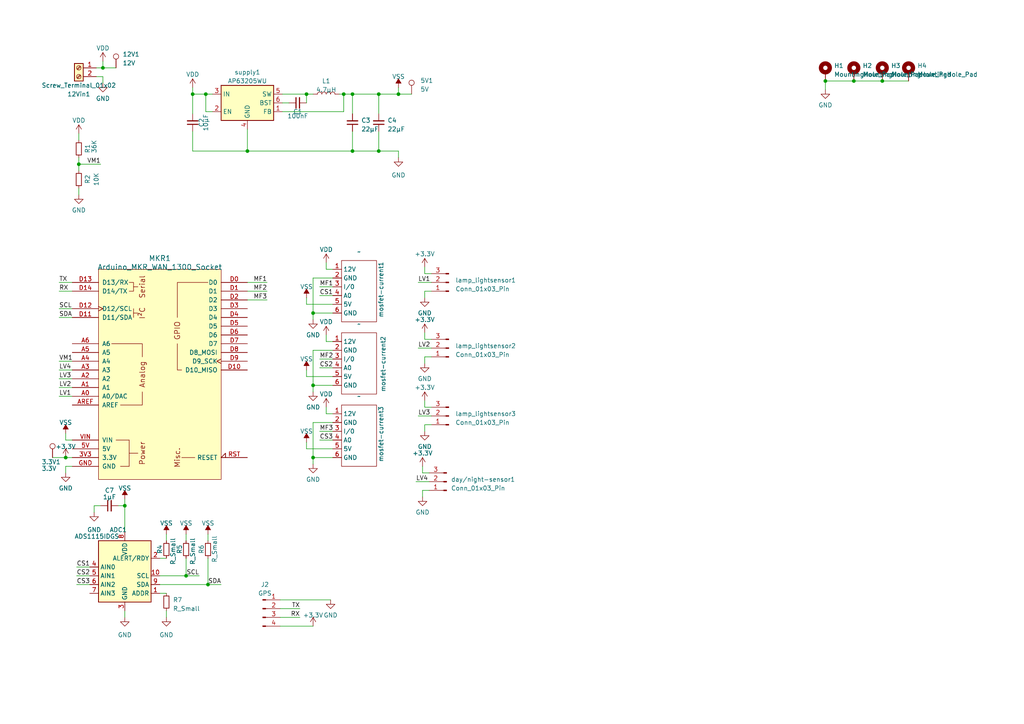
<source format=kicad_sch>
(kicad_sch (version 20230121) (generator eeschema)
  (paper "A4")
  (lib_symbols
    (symbol "Analog_ADC:ADS1115IDGS"
      (property "Reference" "U" (at 2.54 13.97 0))
      (property "Value" "ADS1115IDGS" (at 7.62 11.43 0))
      (symbol "ADS1115IDGS_0_1"
        (rectangle (start -7.62 10.16) (end 7.62 -7.62) (stroke (width 0.254)) (fill (type background)))
      )
      (symbol "ADS1115IDGS_1_1"
        (pin input line (at 10.16 -5.08 180) (length 2.54) (name "ADDR") (number "1"))
        (pin input line (at 10.16 0 180) (length 2.54) (name "SCL") (number "10"))
        (pin output line (at 10.16 5.08 180) (length 2.54) (name "ALERT/RDY") (number "2"))
        (pin power_in line (at 0 -10.16 90) (length 2.54) (name "GND") (number "3"))
        (pin input line (at -10.16 2.54 0) (length 2.54) (name "AIN0") (number "4"))
        (pin input line (at -10.16 0 0) (length 2.54) (name "AIN1") (number "5"))
        (pin input line (at -10.16 -2.54 0) (length 2.54) (name "AIN2") (number "6"))
        (pin input line (at -10.16 -5.08 0) (length 2.54) (name "AIN3") (number "7"))
        (pin power_in line (at 0 12.7 270) (length 2.54) (name "VDD") (number "8"))
        (pin bidirectional line (at 10.16 -2.54 180) (length 2.54) (name "SDA") (number "9"))
      )
    )
    (symbol "Connector:Conn_01x03_Pin" (pin_names (offset 1.016) hide)
      (property "Reference" "J" (at 0 5.08 0))
      (property "Value" "Conn_01x03_Pin" (at 0 -5.08 0))
      (symbol "Conn_01x03_Pin_1_1"
        (polyline (pts (xy 1.27 -2.54) (xy 0.8636 -2.54)) (stroke (width 0.1524)))
        (polyline (pts (xy 1.27 0) (xy 0.8636 0)) (stroke (width 0.1524)))
        (polyline (pts (xy 1.27 2.54) (xy 0.8636 2.54)) (stroke (width 0.1524)))
        (rectangle (start 0.8636 -2.413) (end 0 -2.667) (stroke (width 0.1524)) (fill (type outline)))
        (rectangle (start 0.8636 0.127) (end 0 -0.127) (stroke (width 0.1524)) (fill (type outline)))
        (rectangle (start 0.8636 2.667) (end 0 2.413) (stroke (width 0.1524)) (fill (type outline)))
        (pin passive line (at 5.08 2.54 180) (length 3.81) (name "Pin_1") (number "1"))
        (pin passive line (at 5.08 0 180) (length 3.81) (name "Pin_2") (number "2"))
        (pin passive line (at 5.08 -2.54 180) (length 3.81) (name "Pin_3") (number "3"))
      )
    )
    (symbol "Connector:Conn_01x04_Pin" (pin_names (offset 1.016) hide)
      (property "Reference" "J" (at 0 5.08 0))
      (property "Value" "Conn_01x04_Pin" (at 0 -7.62 0))
      (symbol "Conn_01x04_Pin_1_1"
        (polyline (pts (xy 1.27 -5.08) (xy 0.8636 -5.08)) (stroke (width 0.1524)))
        (polyline (pts (xy 1.27 -2.54) (xy 0.8636 -2.54)) (stroke (width 0.1524)))
        (polyline (pts (xy 1.27 0) (xy 0.8636 0)) (stroke (width 0.1524)))
        (polyline (pts (xy 1.27 2.54) (xy 0.8636 2.54)) (stroke (width 0.1524)))
        (rectangle (start 0.8636 -4.953) (end 0 -5.207) (stroke (width 0.1524)) (fill (type outline)))
        (rectangle (start 0.8636 -2.413) (end 0 -2.667) (stroke (width 0.1524)) (fill (type outline)))
        (rectangle (start 0.8636 0.127) (end 0 -0.127) (stroke (width 0.1524)) (fill (type outline)))
        (rectangle (start 0.8636 2.667) (end 0 2.413) (stroke (width 0.1524)) (fill (type outline)))
        (pin passive line (at 5.08 2.54 180) (length 3.81) (name "Pin_1") (number "1"))
        (pin passive line (at 5.08 0 180) (length 3.81) (name "Pin_2") (number "2"))
        (pin passive line (at 5.08 -2.54 180) (length 3.81) (name "Pin_3") (number "3"))
        (pin passive line (at 5.08 -5.08 180) (length 3.81) (name "Pin_4") (number "4"))
      )
    )
    (symbol "Connector:Screw_Terminal_01x02" (pin_names (offset 1.016) hide)
      (property "Reference" "J" (at 0 2.54 0))
      (property "Value" "Screw_Terminal_01x02" (at 0 -5.08 0))
      (symbol "Screw_Terminal_01x02_1_1"
        (rectangle (start -1.27 1.27) (end 1.27 -3.81) (stroke (width 0.254)) (fill (type background)))
        (circle (center 0 -2.54) (radius 0.635) (stroke (width 0.1524)))
        (polyline (pts (xy -0.5334 -2.2098) (xy 0.3302 -3.048)) (stroke (width 0.1524)))
        (polyline (pts (xy -0.5334 0.3302) (xy 0.3302 -0.508)) (stroke (width 0.1524)))
        (polyline (pts (xy -0.3556 -2.032) (xy 0.508 -2.8702)) (stroke (width 0.1524)))
        (polyline (pts (xy -0.3556 0.508) (xy 0.508 -0.3302)) (stroke (width 0.1524)))
        (circle (center 0 0) (radius 0.635) (stroke (width 0.1524)))
        (pin passive line (at -5.08 0 0) (length 3.81) (name "Pin_1") (number "1"))
        (pin passive line (at -5.08 -2.54 0) (length 3.81) (name "Pin_2") (number "2"))
      )
    )
    (symbol "Connector:TestPoint" (pin_numbers hide) (pin_names (offset 0.762) hide)
      (property "Reference" "TP" (at 0 6.858 0))
      (property "Value" "TestPoint" (at 0 5.08 0))
      (symbol "TestPoint_0_1"
        (circle (center 0 3.302) (radius 0.762))
      )
      (symbol "TestPoint_1_1"
        (pin passive line (at 0 0 90) (length 2.54) (name "1") (number "1"))
      )
    )
    (symbol "Device:C_Small" (pin_numbers hide) (pin_names (offset 0.254) hide)
      (property "Reference" "C" (at 0.254 1.778 0))
      (property "Value" "C_Small" (at 0.254 -2.032 0))
      (symbol "C_Small_0_1"
        (polyline (pts (xy -1.524 -0.508) (xy 1.524 -0.508)) (stroke (width 0.3302)))
        (polyline (pts (xy -1.524 0.508) (xy 1.524 0.508)) (stroke (width 0.3048)))
      )
      (symbol "C_Small_1_1"
        (pin passive line (at 0 2.54 270) (length 2.032) (name "~") (number "1"))
        (pin passive line (at 0 -2.54 90) (length 2.032) (name "~") (number "2"))
      )
    )
    (symbol "Device:L" (pin_numbers hide) (pin_names (offset 1.016) hide)
      (property "Reference" "L" (at -1.27 0 90))
      (property "Value" "L" (at 1.905 0 90))
      (symbol "L_0_1"
        (arc (start 0 -2.54) (mid 0.6323 -1.905) (end 0 -1.27))
        (arc (start 0 -1.27) (mid 0.6323 -0.635) (end 0 0))
        (arc (start 0 0) (mid 0.6323 0.635) (end 0 1.27))
        (arc (start 0 1.27) (mid 0.6323 1.905) (end 0 2.54))
      )
      (symbol "L_1_1"
        (pin passive line (at 0 3.81 270) (length 1.27) (name "1") (number "1"))
        (pin passive line (at 0 -3.81 90) (length 1.27) (name "2") (number "2"))
      )
    )
    (symbol "Device:R_Small" (pin_numbers hide) (pin_names (offset 0.254) hide)
      (property "Reference" "R" (at 0.762 0.508 0))
      (property "Value" "R_Small" (at 0.762 -1.016 0))
      (symbol "R_Small_0_1"
        (rectangle (start -0.762 1.778) (end 0.762 -1.778) (stroke (width 0.2032)))
      )
      (symbol "R_Small_1_1"
        (pin passive line (at 0 2.54 270) (length 0.762) (name "~") (number "1"))
        (pin passive line (at 0 -2.54 90) (length 0.762) (name "~") (number "2"))
      )
    )
    (symbol "Mechanical:MountingHole_Pad" (pin_numbers hide) (pin_names (offset 1.016) hide)
      (property "Reference" "H" (at 0 6.35 0))
      (property "Value" "MountingHole_Pad" (at 0 4.445 0))
      (symbol "MountingHole_Pad_0_1"
        (circle (center 0 1.27) (radius 1.27) (stroke (width 1.27)))
      )
      (symbol "MountingHole_Pad_1_1"
        (pin input line (at 0 -2.54 90) (length 2.54) (name "1") (number "1"))
      )
    )
    (symbol "Regulator_Switching:AP63205WU"
      (property "Reference" "U" (at -7.62 6.35 0))
      (property "Value" "AP63205WU" (at 2.54 6.35 0))
      (symbol "AP63205WU_0_1"
        (rectangle (start -7.62 5.08) (end 7.62 -5.08) (stroke (width 0.254)) (fill (type background)))
      )
      (symbol "AP63205WU_1_1"
        (pin input line (at 10.16 -2.54 180) (length 2.54) (name "FB") (number "1"))
        (pin input line (at -10.16 -2.54 0) (length 2.54) (name "EN") (number "2"))
        (pin power_in line (at -10.16 2.54 0) (length 2.54) (name "IN") (number "3"))
        (pin power_in line (at 0 -7.62 90) (length 2.54) (name "GND") (number "4"))
        (pin output line (at 10.16 2.54 180) (length 2.54) (name "SW") (number "5"))
        (pin passive line (at 10.16 0 180) (length 2.54) (name "BST") (number "6"))
      )
    )
    (symbol "arduino-library:Arduino_MKR_WAN_1300_Socket" (pin_names (offset 1.016))
      (property "Reference" "XA" (at 0 36.83 0))
      (property "Value" "Arduino_MKR_WAN_1300_Socket" (at 0 33.02 0))
      (symbol "Arduino_MKR_WAN_1300_Socket_0_0"
        (rectangle (start -17.78 30.48) (end 17.78 -30.48) (fill (type background)))
        (rectangle (start -12.7 -19.05) (end -8.89 -19.05))
        (rectangle (start -11.43 -26.67) (end -8.89 -26.67))
        (rectangle (start -8.89 -22.86) (end -6.35 -22.86))
        (polyline (pts (xy -8.89 -19.05) (xy -8.89 -26.67)))
        (polyline (pts (xy -7.62 25.4) (xy -6.35 25.4)))
        (polyline (pts (xy -5.08 -5.08) (xy -5.08 -8.89) (xy -11.43 -8.89)))
        (polyline (pts (xy -5.08 5.08) (xy -5.08 8.89) (xy -13.97 8.89)))
        (polyline (pts (xy 5.08 8.89) (xy 5.08 1.27) (xy 6.35 1.27)))
        (polyline (pts (xy 5.08 16.51) (xy 5.08 26.67) (xy 13.97 26.67)))
        (polyline (pts (xy -8.89 26.67) (xy -7.62 26.67) (xy -7.62 24.13) (xy -8.89 24.13)))
        (rectangle (start 6.35 -24.13) (end 10.16 -24.13))
        (text "Analog" (at -5.08 0 900) (effects (font (size 1.524 1.524))))
        (text "I²C" (at -5.08 17.78 900) (effects (font (size 1.524 1.524))))
        (text "Misc." (at 5.08 -24.13 900) (effects (font (size 1.524 1.524))))
        (text "Power" (at -5.08 -22.86 900) (effects (font (size 1.524 1.524))))
        (text "Serial" (at -5.08 25.4 900) (effects (font (size 1.524 1.524))))
      )
      (symbol "Arduino_MKR_WAN_1300_Socket_0_1"
        (polyline (pts (xy -7.62 16.51) (xy -7.62 19.05)))
        (polyline (pts (xy -7.62 17.78) (xy -6.35 17.78)))
      )
      (symbol "Arduino_MKR_WAN_1300_Socket_1_0"
        (text "GPIO" (at 5.08 12.7 900) (effects (font (size 1.524 1.524))))
      )
      (symbol "Arduino_MKR_WAN_1300_Socket_1_1"
        (pin power_out line (at -25.4 -24.13 0) (length 7.62) (name "3.3V") (number "3V3"))
        (pin power_in line (at -25.4 -21.59 0) (length 7.62) (name "5V") (number "5V"))
        (pin bidirectional line (at -25.4 -6.35 0) (length 7.62) (name "A0/DAC") (number "A0"))
        (pin bidirectional line (at -25.4 -3.81 0) (length 7.62) (name "A1") (number "A1"))
        (pin bidirectional line (at -25.4 -1.27 0) (length 7.62) (name "A2") (number "A2"))
        (pin bidirectional line (at -25.4 1.27 0) (length 7.62) (name "A3") (number "A3"))
        (pin bidirectional line (at -25.4 3.81 0) (length 7.62) (name "A4") (number "A4"))
        (pin bidirectional line (at -25.4 6.35 0) (length 7.62) (name "A5") (number "A5"))
        (pin bidirectional line (at -25.4 8.89 0) (length 7.62) (name "A6") (number "A6"))
        (pin input line (at -25.4 -8.89 0) (length 7.62) (name "AREF") (number "AREF"))
        (pin bidirectional line (at 25.4 26.67 180) (length 7.62) (name "D0") (number "D0"))
        (pin bidirectional line (at 25.4 24.13 180) (length 7.62) (name "D1") (number "D1"))
        (pin bidirectional line (at 25.4 1.27 180) (length 7.62) (name "D10_MISO") (number "D10"))
        (pin bidirectional line (at -25.4 16.51 0) (length 7.62) (name "D11/SDA") (number "D11"))
        (pin bidirectional clock (at -25.4 19.05 0) (length 7.62) (name "D12/SCL") (number "D12"))
        (pin bidirectional line (at -25.4 26.67 0) (length 7.62) (name "D13/RX") (number "D13"))
        (pin bidirectional line (at -25.4 24.13 0) (length 7.62) (name "D14/TX") (number "D14"))
        (pin bidirectional line (at 25.4 21.59 180) (length 7.62) (name "D2") (number "D2"))
        (pin bidirectional line (at 25.4 19.05 180) (length 7.62) (name "D3") (number "D3"))
        (pin bidirectional line (at 25.4 16.51 180) (length 7.62) (name "D4") (number "D4"))
        (pin bidirectional line (at 25.4 13.97 180) (length 7.62) (name "D5") (number "D5"))
        (pin bidirectional line (at 25.4 11.43 180) (length 7.62) (name "D6") (number "D6"))
        (pin bidirectional line (at 25.4 8.89 180) (length 7.62) (name "D7") (number "D7"))
        (pin bidirectional line (at 25.4 6.35 180) (length 7.62) (name "D8_MOSI") (number "D8"))
        (pin bidirectional clock (at 25.4 3.81 180) (length 7.62) (name "D9_SCK") (number "D9"))
        (pin power_in line (at -25.4 -26.67 0) (length 7.62) (name "GND") (number "GND"))
        (pin open_collector input_low (at 25.4 -24.13 180) (length 7.62) (name "RESET") (number "RST"))
        (pin power_in line (at -25.4 -19.05 0) (length 7.62) (name "VIN") (number "VIN"))
      )
    )
    (symbol "own_symbols:mosfet-current"
      (property "Reference" "mosfet-current" (at 0 10.16 0))
      (symbol "mosfet-current_0_1"
        (rectangle (start -5.08 7.62) (end 5.08 -10.16))
      )
      (symbol "mosfet-current_1_1"
        (pin input line (at -7.62 5.08 0) (length 2.54) (name "12V") (number "1"))
        (pin input line (at -7.62 2.54 0) (length 2.54) (name "GND") (number "2"))
        (pin input line (at -7.62 0 0) (length 2.54) (name "I/0") (number "3"))
        (pin input line (at -7.62 -2.54 0) (length 2.54) (name "A0") (number "4"))
        (pin input line (at -7.62 -5.08 0) (length 2.54) (name "5V") (number "5"))
        (pin input line (at -7.62 -7.62 0) (length 2.54) (name "GND") (number "6"))
      )
    )
    (symbol "power:+3.3V" (power) (pin_names (offset 0))
      (property "Value" "+3.3V" (at 0 3.556 0))
      (symbol "+3.3V_0_1"
        (polyline (pts (xy -0.762 1.27) (xy 0 2.54)))
        (polyline (pts (xy 0 0) (xy 0 2.54)))
        (polyline (pts (xy 0 2.54) (xy 0.762 1.27)))
      )
      (symbol "+3.3V_1_1"
        (pin power_in line (at 0 0 90) (length 0) hide (name "+3.3V") (number "1"))
      )
    )
    (symbol "power:GND" (power) (pin_names (offset 0))
      (property "Value" "GND" (at 0 -3.81 0))
      (symbol "GND_0_1"
        (polyline (pts (xy 0 0) (xy 0 -1.27) (xy 1.27 -1.27) (xy 0 -2.54) (xy -1.27 -1.27) (xy 0 -1.27)))
      )
      (symbol "GND_1_1"
        (pin power_in line (at 0 0 270) (length 0) hide (name "GND") (number "1"))
      )
    )
    (symbol "power:VDD" (power) (pin_names (offset 0))
      (property "Value" "VDD" (at 0 3.81 0))
      (symbol "VDD_0_1"
        (polyline (pts (xy -0.762 1.27) (xy 0 2.54)))
        (polyline (pts (xy 0 0) (xy 0 2.54)))
        (polyline (pts (xy 0 2.54) (xy 0.762 1.27)))
      )
      (symbol "VDD_1_1"
        (pin power_in line (at 0 0 90) (length 0) hide (name "VDD") (number "1"))
      )
    )
    (symbol "power:VSS" (power) (pin_names (offset 0))
      (property "Value" "VSS" (at 0 3.81 0))
      (symbol "VSS_0_1"
        (polyline (pts (xy 0 0) (xy 0 2.54)))
        (polyline (pts (xy 0.762 1.27) (xy -0.762 1.27) (xy 0 2.54) (xy 0.762 1.27)) (fill (type outline)))
      )
      (symbol "VSS_1_1"
        (pin power_in line (at 0 0 90) (length 0) hide (name "VSS") (number "1"))
      )
    )
  )
  (junction (at 88.9 27.305))
  (junction (at 29.845 19.685))
  (junction (at 115.57 27.305))
  (junction (at 60.325 169.545))
  (junction (at 90.805 90.805))
  (junction (at 71.755 43.815))
  (junction (at 53.975 167.005))
  (junction (at 109.855 27.305))
  (junction (at 255.905 23.495))
  (junction (at 239.395 23.495))
  (junction (at 102.235 43.815))
  (junction (at 19.05 132.715))
  (junction (at 90.805 132.715))
  (junction (at 102.235 27.305))
  (junction (at 55.88 27.305))
  (junction (at 22.86 47.625))
  (junction (at 59.69 27.305))
  (junction (at 90.805 111.76))
  (junction (at 247.65 23.495))
  (junction (at 109.855 43.815))
  (junction (at 36.195 146.685))
  (junction (at 99.695 27.305))
  (wire (pts (xy 81.28 179.07) (xy 86.995 179.07)))
  (wire (pts (xy 90.805 90.805) (xy 90.805 92.71)))
  (wire (pts (xy 92.71 83.185) (xy 96.52 83.185)))
  (wire (pts (xy 29.845 19.685) (xy 29.845 17.78)))
  (wire (pts (xy 109.855 27.305) (xy 102.235 27.305)))
  (wire (pts (xy 19.05 132.715) (xy 20.955 132.715)))
  (wire (pts (xy 96.52 111.76) (xy 90.805 111.76)))
  (wire (pts (xy 96.52 101.6) (xy 90.805 101.6)))
  (wire (pts (xy 96.52 132.715) (xy 90.805 132.715)))
  (wire (pts (xy 81.28 176.53) (xy 86.995 176.53)))
  (wire (pts (xy 115.57 27.305) (xy 119.38 27.305)))
  (wire (pts (xy 96.52 109.22) (xy 88.9 109.22)))
  (wire (pts (xy 81.915 32.385) (xy 99.695 32.385)))
  (wire (pts (xy 125.095 98.425) (xy 123.19 98.425)))
  (wire (pts (xy 96.52 120.015) (xy 94.615 120.015)))
  (wire (pts (xy 22.86 45.72) (xy 22.86 47.625)))
  (wire (pts (xy 61.595 27.305) (xy 59.69 27.305)))
  (wire (pts (xy 263.525 23.495) (xy 255.905 23.495)))
  (wire (pts (xy 90.805 80.645) (xy 90.805 90.805)))
  (wire (pts (xy 123.19 98.425) (xy 123.19 96.52)))
  (wire (pts (xy 17.145 112.395) (xy 20.955 112.395)))
  (wire (pts (xy 125.095 118.11) (xy 123.19 118.11)))
  (wire (pts (xy 123.19 79.375) (xy 123.19 77.47)))
  (wire (pts (xy 29.845 24.13) (xy 29.845 22.225)))
  (wire (pts (xy 88.9 130.175) (xy 88.9 128.27)))
  (wire (pts (xy 53.975 154.94) (xy 53.975 156.845)))
  (wire (pts (xy 20.955 135.255) (xy 19.05 135.255)))
  (wire (pts (xy 123.19 123.19) (xy 123.19 125.095)))
  (wire (pts (xy 27.94 19.685) (xy 29.845 19.685)))
  (wire (pts (xy 109.855 33.02) (xy 109.855 27.305)))
  (wire (pts (xy 59.69 27.305) (xy 55.88 27.305)))
  (wire (pts (xy 102.235 43.815) (xy 71.755 43.815)))
  (wire (pts (xy 125.095 123.19) (xy 123.19 123.19)))
  (wire (pts (xy 94.615 120.015) (xy 94.615 118.11)))
  (wire (pts (xy 55.88 25.4) (xy 55.88 27.305)))
  (wire (pts (xy 53.975 167.005) (xy 57.785 167.005)))
  (wire (pts (xy 71.755 86.995) (xy 77.47 86.995)))
  (wire (pts (xy 55.88 27.305) (xy 55.88 33.02)))
  (wire (pts (xy 17.145 84.455) (xy 20.955 84.455)))
  (wire (pts (xy 60.325 154.94) (xy 60.325 156.845)))
  (wire (pts (xy 71.755 81.915) (xy 77.47 81.915)))
  (wire (pts (xy 36.195 177.165) (xy 36.195 179.07)))
  (wire (pts (xy 55.88 43.815) (xy 71.755 43.815)))
  (wire (pts (xy 94.615 78.105) (xy 94.615 76.2)))
  (wire (pts (xy 46.355 161.925) (xy 48.26 161.925)))
  (wire (pts (xy 92.71 106.68) (xy 96.52 106.68)))
  (wire (pts (xy 61.595 32.385) (xy 59.69 32.385)))
  (wire (pts (xy 255.905 23.495) (xy 247.65 23.495)))
  (wire (pts (xy 121.285 120.65) (xy 125.095 120.65)))
  (wire (pts (xy 102.235 27.305) (xy 99.695 27.305)))
  (wire (pts (xy 96.52 130.175) (xy 88.9 130.175)))
  (wire (pts (xy 124.46 137.16) (xy 122.555 137.16)))
  (wire (pts (xy 55.88 38.1) (xy 55.88 43.815)))
  (wire (pts (xy 22.225 164.465) (xy 26.035 164.465)))
  (wire (pts (xy 102.235 33.02) (xy 102.235 27.305)))
  (wire (pts (xy 46.355 172.085) (xy 48.26 172.085)))
  (wire (pts (xy 92.71 125.095) (xy 96.52 125.095)))
  (wire (pts (xy 17.145 81.915) (xy 20.955 81.915)))
  (wire (pts (xy 96.52 122.555) (xy 90.805 122.555)))
  (wire (pts (xy 59.69 27.305) (xy 59.69 32.385)))
  (wire (pts (xy 60.325 169.545) (xy 60.325 161.925)))
  (wire (pts (xy 19.05 127.635) (xy 19.05 125.73)))
  (wire (pts (xy 92.71 104.14) (xy 96.52 104.14)))
  (wire (pts (xy 48.26 177.165) (xy 48.26 179.07)))
  (wire (pts (xy 22.86 54.61) (xy 22.86 56.515)))
  (wire (pts (xy 81.915 27.305) (xy 88.9 27.305)))
  (wire (pts (xy 29.845 19.685) (xy 33.655 19.685)))
  (wire (pts (xy 99.695 32.385) (xy 99.695 27.305)))
  (wire (pts (xy 125.095 84.455) (xy 123.19 84.455)))
  (wire (pts (xy 22.86 47.625) (xy 22.86 49.53)))
  (wire (pts (xy 96.52 99.06) (xy 94.615 99.06)))
  (wire (pts (xy 17.145 89.535) (xy 20.955 89.535)))
  (wire (pts (xy 22.225 169.545) (xy 26.035 169.545)))
  (wire (pts (xy 96.52 80.645) (xy 90.805 80.645)))
  (wire (pts (xy 88.9 27.305) (xy 88.9 29.845)))
  (wire (pts (xy 71.755 84.455) (xy 77.47 84.455)))
  (wire (pts (xy 46.355 169.545) (xy 60.325 169.545)))
  (wire (pts (xy 36.195 144.78) (xy 36.195 146.685)))
  (wire (pts (xy 115.57 25.4) (xy 115.57 27.305)))
  (wire (pts (xy 96.52 90.805) (xy 90.805 90.805)))
  (wire (pts (xy 81.28 181.61) (xy 90.805 181.61)))
  (wire (pts (xy 90.805 122.555) (xy 90.805 132.715)))
  (wire (pts (xy 27.94 22.225) (xy 29.845 22.225)))
  (wire (pts (xy 94.615 99.06) (xy 94.615 97.155)))
  (wire (pts (xy 88.9 88.265) (xy 88.9 86.36)))
  (wire (pts (xy 90.805 132.715) (xy 90.805 134.62)))
  (wire (pts (xy 17.145 114.935) (xy 20.955 114.935)))
  (wire (pts (xy 29.21 47.625) (xy 22.86 47.625)))
  (wire (pts (xy 81.915 29.845) (xy 83.82 29.845)))
  (wire (pts (xy 81.28 173.99) (xy 95.885 173.99)))
  (wire (pts (xy 22.86 38.735) (xy 22.86 40.64)))
  (wire (pts (xy 34.29 146.685) (xy 36.195 146.685)))
  (wire (pts (xy 96.52 78.105) (xy 94.615 78.105)))
  (wire (pts (xy 122.555 137.16) (xy 122.555 135.255)))
  (wire (pts (xy 17.145 104.775) (xy 20.955 104.775)))
  (wire (pts (xy 71.755 43.815) (xy 71.755 37.465)))
  (wire (pts (xy 125.095 79.375) (xy 123.19 79.375)))
  (wire (pts (xy 17.145 107.315) (xy 20.955 107.315)))
  (wire (pts (xy 48.26 154.94) (xy 48.26 156.845)))
  (wire (pts (xy 239.395 23.495) (xy 239.395 26.035)))
  (wire (pts (xy 17.145 109.855) (xy 20.955 109.855)))
  (wire (pts (xy 46.355 167.005) (xy 53.975 167.005)))
  (wire (pts (xy 29.21 146.685) (xy 27.305 146.685)))
  (wire (pts (xy 123.19 118.11) (xy 123.19 116.205)))
  (wire (pts (xy 27.305 146.685) (xy 27.305 148.59)))
  (wire (pts (xy 123.19 84.455) (xy 123.19 86.36)))
  (wire (pts (xy 115.57 27.305) (xy 109.855 27.305)))
  (wire (pts (xy 115.57 45.72) (xy 115.57 43.815)))
  (wire (pts (xy 22.225 167.005) (xy 26.035 167.005)))
  (wire (pts (xy 123.19 103.505) (xy 123.19 105.41)))
  (wire (pts (xy 19.05 135.255) (xy 19.05 137.16)))
  (wire (pts (xy 109.855 43.815) (xy 102.235 43.815)))
  (wire (pts (xy 88.9 109.22) (xy 88.9 107.315)))
  (wire (pts (xy 109.855 38.1) (xy 109.855 43.815)))
  (wire (pts (xy 90.805 27.305) (xy 88.9 27.305)))
  (wire (pts (xy 90.805 101.6) (xy 90.805 111.76)))
  (wire (pts (xy 99.695 27.305) (xy 98.425 27.305)))
  (wire (pts (xy 60.325 169.545) (xy 64.135 169.545)))
  (wire (pts (xy 90.805 111.76) (xy 90.805 113.665)))
  (wire (pts (xy 247.65 23.495) (xy 239.395 23.495)))
  (wire (pts (xy 121.285 100.965) (xy 125.095 100.965)))
  (wire (pts (xy 17.145 92.075) (xy 20.955 92.075)))
  (wire (pts (xy 122.555 142.24) (xy 122.555 144.145)))
  (wire (pts (xy 53.975 167.005) (xy 53.975 161.925)))
  (wire (pts (xy 125.095 103.505) (xy 123.19 103.505)))
  (wire (pts (xy 92.71 127.635) (xy 96.52 127.635)))
  (wire (pts (xy 96.52 88.265) (xy 88.9 88.265)))
  (wire (pts (xy 36.195 146.685) (xy 36.195 154.305)))
  (wire (pts (xy 115.57 43.815) (xy 109.855 43.815)))
  (wire (pts (xy 20.955 127.635) (xy 19.05 127.635)))
  (wire (pts (xy 15.24 132.715) (xy 19.05 132.715)))
  (wire (pts (xy 124.46 142.24) (xy 122.555 142.24)))
  (wire (pts (xy 120.65 139.7) (xy 124.46 139.7)))
  (wire (pts (xy 92.71 85.725) (xy 96.52 85.725)))
  (wire (pts (xy 121.285 81.915) (xy 125.095 81.915)))
  (wire (pts (xy 102.235 38.1) (xy 102.235 43.815)))
  (label "LV3" (at 121.285 120.65 0))
  (label "MF3" (at 77.47 86.995 180))
  (label "MF1" (at 92.71 83.185 0))
  (label "SDA" (at 64.135 169.545 180))
  (label "LV2" (at 121.285 100.965 0))
  (label "RX" (at 86.995 179.07 180))
  (label "TX" (at 86.995 176.53 180))
  (label "CS3" (at 22.225 169.545 0))
  (label "RX" (at 17.145 84.455 0))
  (label "VM1" (at 29.21 47.625 180))
  (label "LV1" (at 17.145 114.935 0))
  (label "CS1" (at 92.71 85.725 0))
  (label "SDA" (at 17.145 92.075 0))
  (label "CS3" (at 92.71 127.635 0))
  (label "VM1" (at 17.145 104.775 0))
  (label "MF2" (at 92.71 104.14 0))
  (label "LV1" (at 121.285 81.915 0))
  (label "MF1" (at 77.47 81.915 180))
  (label "MF3" (at 92.71 125.095 0))
  (label "LV3" (at 17.145 109.855 0))
  (label "LV4" (at 17.145 107.315 0))
  (label "LV4" (at 120.65 139.7 0))
  (label "SCL" (at 17.145 89.535 0))
  (label "MF2" (at 77.47 84.455 180))
  (label "CS1" (at 22.225 164.465 0))
  (label "TX" (at 17.145 81.915 0))
  (label "CS2" (at 92.71 106.68 0))
  (label "CS2" (at 22.225 167.005 0))
  (label "LV2" (at 17.145 112.395 0))
  (label "SCL" (at 57.785 167.005 180))
  (symbol (lib_id "Mechanical:MountingHole_Pad") (at 247.65 20.955 0) (unit 1)
    (property "Reference" "H2" (at 250.19 19.05 0) (effects (justify left)))
    (property "Value" "MountingHole_Pad" (at 250.19 21.59 0) (effects (justify left)))
    (property "Footprint" "MountingHole:MountingHole_3.5mm_Pad" (effects hide))
  )
  (symbol (lib_id "power:GND") (at 90.805 134.62 0) (unit 1)
    (property "Reference" "#PWR027" (effects hide))
    (property "Value" "GND" (at 90.805 139.065 0))
  )
  (symbol (lib_id "power:GND") (at 27.305 148.59 0) (unit 1)
    (property "Reference" "#PWR033" (effects hide))
    (property "Value" "GND" (at 27.305 153.67 0))
  )
  (symbol (lib_id "power:VDD") (at 94.615 97.155 0) (unit 1)
    (property "Reference" "#PWR015" (effects hide))
    (property "Value" "VDD" (at 94.615 93.345 0))
  )
  (symbol (lib_id "power:GND") (at 90.805 92.71 0) (unit 1)
    (property "Reference" "#PWR013" (effects hide))
    (property "Value" "GND" (at 90.805 97.155 0))
  )
  (symbol (lib_id "power:+3.3V") (at 19.05 132.715 0) (unit 1)
    (property "Reference" "#PWR024" (effects hide))
    (property "Value" "+3.3V" (at 19.05 129.54 0))
  )
  (symbol (lib_id "power:GND") (at 122.555 144.145 0) (unit 1)
    (property "Reference" "#PWR030" (effects hide))
    (property "Value" "GND" (at 122.555 148.59 0))
  )
  (symbol (lib_id "power:GND") (at 90.805 113.665 0) (unit 1)
    (property "Reference" "#PWR018" (effects hide))
    (property "Value" "GND" (at 90.805 118.11 0))
  )
  (symbol (lib_id "power:VSS") (at 48.26 154.94 0) (unit 1)
    (property "Reference" "#PWR034" (effects hide))
    (property "Value" "VSS" (at 48.26 151.765 0))
  )
  (symbol (lib_id "power:VSS") (at 19.05 125.73 0) (unit 1)
    (property "Reference" "#PWR022" (effects hide))
    (property "Value" "VSS" (at 19.05 122.555 0))
  )
  (symbol (lib_id "power:GND") (at 239.395 26.035 0) (unit 1)
    (property "Reference" "#PWR05" (effects hide))
    (property "Value" "GND" (at 239.395 30.48 0))
  )
  (symbol (lib_id "power:GND") (at 123.19 86.36 0) (unit 1)
    (property "Reference" "#PWR012" (effects hide))
    (property "Value" "GND" (at 123.19 90.805 0))
  )
  (symbol (lib_id "power:GND") (at 115.57 45.72 0) (unit 1)
    (property "Reference" "#PWR06" (effects hide))
    (property "Value" "GND" (at 115.57 50.8 0))
  )
  (symbol (lib_id "Device:R_Small") (at 48.26 159.385 0) (unit 1)
    (property "Reference" "R4" (at 46.355 160.655 90) (effects (justify left)))
    (property "Value" "R_Small" (at 50.165 163.83 90) (effects (justify left)))
    (property "Footprint" "Resistor_SMD:R_0805_2012Metric_Pad1.20x1.40mm_HandSolder" (effects hide))
  )
  (symbol (lib_id "Device:C_Small") (at 109.855 35.56 180) (unit 1)
    (property "Reference" "C4" (at 112.395 34.9186 0) (effects (justify right)))
    (property "Value" "22µF" (at 112.395 37.4586 0) (effects (justify right)))
    (property "Footprint" "Capacitor_SMD:C_0805_2012Metric_Pad1.18x1.45mm_HandSolder" (effects hide))
  )
  (symbol (lib_id "power:+3.3V") (at 90.805 181.61 0) (unit 1)
    (property "Reference" "#PWR041" (effects hide))
    (property "Value" "+3.3V" (at 90.805 178.435 0))
  )
  (symbol (lib_id "Device:C_Small") (at 86.36 29.845 90) (unit 1)
    (property "Reference" "C1" (at 86.36 32.385 90))
    (property "Value" "100nF" (at 86.36 33.655 90))
    (property "Footprint" "Capacitor_SMD:C_0805_2012Metric_Pad1.18x1.45mm_HandSolder" (effects hide))
  )
  (symbol (lib_id "power:VDD") (at 22.86 38.735 0) (unit 1)
    (property "Reference" "#PWR07" (effects hide))
    (property "Value" "VDD" (at 22.86 34.925 0))
  )
  (symbol (lib_id "power:+3.3V") (at 123.19 96.52 0) (unit 1)
    (property "Reference" "#PWR014" (effects hide))
    (property "Value" "+3.3V" (at 123.19 92.71 0))
  )
  (symbol (lib_id "Connector:Screw_Terminal_01x02") (at 22.86 19.685 0) (mirror y) (unit 1)
    (property "Reference" "12Vin1" (at 22.86 27.305 0))
    (property "Value" "Screw_Terminal_01x02" (at 22.86 24.765 0))
    (property "Footprint" "TerminalBlock_Phoenix:TerminalBlock_Phoenix_PT-1,5-2-5.0-H_1x02_P5.00mm_Horizontal" (effects hide))
  )
  (symbol (lib_id "Mechanical:MountingHole_Pad") (at 239.395 20.955 0) (unit 1)
    (property "Reference" "H1" (at 241.935 19.05 0) (effects (justify left)))
    (property "Value" "MountingHole_Pad" (at 241.935 21.59 0) (effects (justify left)))
    (property "Footprint" "MountingHole:MountingHole_3.5mm_Pad" (effects hide))
  )
  (symbol (lib_id "power:GND") (at 22.86 56.515 0) (unit 1)
    (property "Reference" "#PWR08" (effects hide))
    (property "Value" "GND" (at 22.86 60.96 0))
  )
  (symbol (lib_id "Device:C_Small") (at 55.88 35.56 180) (unit 1)
    (property "Reference" "C2" (at 58.42 35.56 90))
    (property "Value" "10µF" (at 59.69 35.56 90))
    (property "Footprint" "Capacitor_SMD:C_0805_2012Metric_Pad1.18x1.45mm_HandSolder" (effects hide))
  )
  (symbol (lib_id "Device:R_Small") (at 48.26 174.625 0) (unit 1)
    (property "Reference" "R7" (at 50.165 173.99 0) (effects (justify left)))
    (property "Value" "R_Small" (at 50.165 176.53 0) (effects (justify left)))
    (property "Footprint" "Resistor_SMD:R_0805_2012Metric_Pad1.20x1.40mm_HandSolder" (effects hide))
  )
  (symbol (lib_id "Device:R_Small") (at 22.86 43.18 0) (unit 1)
    (property "Reference" "R1" (at 25.4 44.45 90) (effects (justify left)))
    (property "Value" "36K" (at 27.305 44.45 90) (effects (justify left)))
    (property "Footprint" "Resistor_SMD:R_0805_2012Metric_Pad1.20x1.40mm_HandSolder" (effects hide))
  )
  (symbol (lib_id "Device:R_Small") (at 53.975 159.385 0) (unit 1)
    (property "Reference" "R5" (at 52.07 160.655 90) (effects (justify left)))
    (property "Value" "R_Small" (at 55.88 163.83 90) (effects (justify left)))
    (property "Footprint" "Resistor_SMD:R_0805_2012Metric_Pad1.20x1.40mm_HandSolder" (effects hide))
  )
  (symbol (lib_id "Connector:Conn_01x03_Pin") (at 129.54 139.7 180) (unit 1)
    (property "Reference" "day/night-sensor1" (at 130.81 139.065 0) (effects (justify right)))
    (property "Value" "Conn_01x03_Pin" (at 130.81 141.605 0) (effects (justify right)))
    (property "Footprint" "TerminalBlock_Phoenix:TerminalBlock_Phoenix_MKDS-1,5-3_1x03_P5.00mm_Horizontal" (effects hide))
  )
  (symbol (lib_id "Connector:Conn_01x03_Pin") (at 130.175 120.65 180) (unit 1)
    (property "Reference" "lamp_lightsensor3" (at 132.08 120.015 0) (effects (justify right)))
    (property "Value" "Conn_01x03_Pin" (at 132.08 122.555 0) (effects (justify right)))
    (property "Footprint" "TerminalBlock_Phoenix:TerminalBlock_Phoenix_MKDS-1,5-3_1x03_P5.00mm_Horizontal" (effects hide))
  )
  (symbol (lib_id "power:GND") (at 95.885 173.99 0) (unit 1)
    (property "Reference" "#PWR038" (effects hide))
    (property "Value" "GND" (at 95.885 178.435 0))
  )
  (symbol (lib_id "power:VSS") (at 60.325 154.94 0) (unit 1)
    (property "Reference" "#PWR036" (effects hide))
    (property "Value" "VSS" (at 60.325 151.765 0))
  )
  (symbol (lib_id "own_symbols:mosfet-current") (at 104.14 125.095 0) (unit 1)
    (property "Reference" "mosfet-current3" (at 110.49 133.985 90) (effects (justify left)))
    (property "Value" "~" (at 104.14 114.935 0))
    (property "Footprint" "own_footprints:mosfet-current" (effects hide))
  )
  (symbol (lib_id "Connector:Conn_01x04_Pin") (at 76.2 176.53 0) (unit 1)
    (property "Reference" "J2" (at 76.835 169.545 0))
    (property "Value" "GPS" (at 76.835 172.085 0))
    (property "Footprint" "own_footprints:GYS-GPS" (effects hide))
  )
  (symbol (lib_id "own_symbols:mosfet-current") (at 104.14 83.185 0) (unit 1)
    (property "Reference" "mosfet-current1" (at 110.49 92.075 90) (effects (justify left)))
    (property "Value" "~" (at 104.14 73.025 0))
    (property "Footprint" "own_footprints:mosfet-current" (effects hide))
  )
  (symbol (lib_id "Connector:TestPoint") (at 119.38 27.305 0) (unit 1)
    (property "Reference" "5V1" (at 121.92 23.368 0) (effects (justify left)))
    (property "Value" "5V" (at 121.92 25.908 0) (effects (justify left)))
    (property "Footprint" "TestPoint:TestPoint_Pad_2.0x2.0mm" (effects hide))
  )
  (symbol (lib_id "power:GND") (at 123.19 105.41 0) (unit 1)
    (property "Reference" "#PWR016" (effects hide))
    (property "Value" "GND" (at 123.19 109.855 0))
  )
  (symbol (lib_id "Connector:Conn_01x03_Pin") (at 130.175 81.915 180) (unit 1)
    (property "Reference" "lamp_lightsensor1" (at 132.08 81.28 0) (effects (justify right)))
    (property "Value" "Conn_01x03_Pin" (at 132.08 83.82 0) (effects (justify right)))
    (property "Footprint" "TerminalBlock_Phoenix:TerminalBlock_Phoenix_MKDS-1,5-3_1x03_P5.00mm_Horizontal" (effects hide))
  )
  (symbol (lib_id "Device:L") (at 94.615 27.305 90) (unit 1)
    (property "Reference" "L1" (at 94.615 23.495 90))
    (property "Value" "4.7µH" (at 94.615 26.035 90))
    (property "Footprint" "Inductor_SMD:L_0805_2012Metric_Pad1.15x1.40mm_HandSolder" (effects hide))
  )
  (symbol (lib_id "arduino-library:Arduino_MKR_WAN_1300_Socket") (at 46.355 108.585 0) (unit 1)
    (property "Reference" "MKR1" (at 46.355 74.93 0) (effects (font (size 1.524 1.524))))
    (property "Value" "Arduino_MKR_WAN_1300_Socket" (at 46.355 77.47 0) (effects (font (size 1.524 1.524))))
    (property "Footprint" "own_footprints:Arduino_MKR_FOX_1200_Socket" (effects hide))
    (property "Datasheet" "https://docs.arduino.cc/hardware/mkr-wan-1300" (effects hide))
  )
  (symbol (lib_id "power:VDD") (at 29.845 17.78 0) (unit 1)
    (property "Reference" "#PWR01" (effects hide))
    (property "Value" "VDD" (at 29.845 13.97 0))
  )
  (symbol (lib_id "Analog_ADC:ADS1115IDGS") (at 36.195 167.005 0) (unit 1)
    (property "Reference" "ADC1" (at 31.75 153.67 0) (effects (justify left)))
    (property "Value" "ADS1115IDGS" (at 21.59 155.575 0) (effects (justify left)))
    (property "Footprint" "Package_SO:TSSOP-10_3x3mm_P0.5mm" (effects hide))
    (property "Datasheet" "http://www.ti.com/lit/ds/symlink/ads1113.pdf" (effects hide))
  )
  (symbol (lib_id "Mechanical:MountingHole_Pad") (at 255.905 20.955 0) (unit 1)
    (property "Reference" "H3" (at 258.445 19.05 0) (effects (justify left)))
    (property "Value" "MountingHole_Pad" (at 258.445 21.59 0) (effects (justify left)))
    (property "Footprint" "MountingHole:MountingHole_3.5mm_Pad" (effects hide))
  )
  (symbol (lib_id "power:GND") (at 19.05 137.16 0) (unit 1)
    (property "Reference" "#PWR029" (effects hide))
    (property "Value" "GND" (at 19.05 141.605 0))
  )
  (symbol (lib_id "Regulator_Switching:AP63205WU") (at 71.755 29.845 0) (unit 1)
    (property "Reference" "supply1" (at 71.755 20.955 0))
    (property "Value" "AP63205WU" (at 71.755 23.495 0))
    (property "Footprint" "Package_TO_SOT_SMD:TSOT-23-6" (effects hide))
    (property "Datasheet" "https://www.diodes.com/assets/Datasheets/AP63200-AP63201-AP63203-AP63205.pdf" (effects hide))
  )
  (symbol (lib_id "power:VSS") (at 115.57 25.4 0) (unit 1)
    (property "Reference" "#PWR03" (effects hide))
    (property "Value" "VSS" (at 115.57 22.225 0))
  )
  (symbol (lib_id "Device:C_Small") (at 102.235 35.56 180) (unit 1)
    (property "Reference" "C3" (at 104.775 34.9186 0) (effects (justify right)))
    (property "Value" "22µF" (at 104.775 37.4586 0) (effects (justify right)))
    (property "Footprint" "Capacitor_SMD:C_0805_2012Metric_Pad1.18x1.45mm_HandSolder" (effects hide))
  )
  (symbol (lib_id "Device:C_Small") (at 31.75 146.685 90) (unit 1)
    (property "Reference" "C7" (at 31.75 142.24 90))
    (property "Value" "1µF" (at 31.75 144.145 90))
    (property "Footprint" "Capacitor_SMD:C_0805_2012Metric_Pad1.18x1.45mm_HandSolder" (effects hide))
  )
  (symbol (lib_id "power:VSS") (at 53.975 154.94 0) (unit 1)
    (property "Reference" "#PWR035" (effects hide))
    (property "Value" "VSS" (at 53.975 151.765 0))
  )
  (symbol (lib_id "power:VDD") (at 94.615 76.2 0) (unit 1)
    (property "Reference" "#PWR09" (effects hide))
    (property "Value" "VDD" (at 94.615 72.39 0))
  )
  (symbol (lib_id "power:VDD") (at 55.88 25.4 0) (unit 1)
    (property "Reference" "#PWR02" (effects hide))
    (property "Value" "VDD" (at 55.88 21.59 0))
  )
  (symbol (lib_id "power:VSS") (at 88.9 128.27 0) (unit 1)
    (property "Reference" "#PWR023" (effects hide))
    (property "Value" "VSS" (at 88.9 125.095 0))
  )
  (symbol (lib_id "power:GND") (at 29.845 24.13 0) (unit 1)
    (property "Reference" "#PWR04" (effects hide))
    (property "Value" "GND" (at 29.845 28.575 0))
  )
  (symbol (lib_id "Device:R_Small") (at 22.86 52.07 0) (unit 1)
    (property "Reference" "R2" (at 25.4 53.34 90) (effects (justify left)))
    (property "Value" "10K" (at 27.94 53.975 90) (effects (justify left)))
    (property "Footprint" "Resistor_SMD:R_0805_2012Metric_Pad1.20x1.40mm_HandSolder" (effects hide))
  )
  (symbol (lib_id "own_symbols:mosfet-current") (at 104.14 104.14 0) (unit 1)
    (property "Reference" "mosfet-current2" (at 111.125 113.665 90) (effects (justify left)))
    (property "Value" "~" (at 104.14 93.98 0))
    (property "Footprint" "own_footprints:mosfet-current" (effects hide))
  )
  (symbol (lib_id "power:+3.3V") (at 123.19 116.205 0) (unit 1)
    (property "Reference" "#PWR019" (effects hide))
    (property "Value" "+3.3V" (at 123.19 112.395 0))
  )
  (symbol (lib_id "Connector:TestPoint") (at 33.655 19.685 0) (unit 1)
    (property "Reference" "12V1" (at 35.56 15.748 0) (effects (justify left)))
    (property "Value" "12V" (at 35.56 18.288 0) (effects (justify left)))
    (property "Footprint" "TestPoint:TestPoint_Pad_2.0x2.0mm" (effects hide))
  )
  (symbol (lib_id "Mechanical:MountingHole_Pad") (at 263.525 20.955 0) (unit 1)
    (property "Reference" "H4" (at 266.065 19.05 0) (effects (justify left)))
    (property "Value" "MountingHole_Pad" (at 266.065 21.59 0) (effects (justify left)))
    (property "Footprint" "MountingHole:MountingHole_3.5mm_Pad" (effects hide))
  )
  (symbol (lib_id "power:+3.3V") (at 122.555 135.255 0) (unit 1)
    (property "Reference" "#PWR028" (effects hide))
    (property "Value" "+3.3V" (at 122.555 131.445 0))
  )
  (symbol (lib_id "Connector:TestPoint") (at 15.24 132.715 0) (unit 1)
    (property "Reference" "3.3V1" (at 12.065 133.985 0) (effects (justify left)))
    (property "Value" "3.3V" (at 12.065 135.89 0) (effects (justify left)))
    (property "Footprint" "TestPoint:TestPoint_Pad_2.0x2.0mm" (effects hide))
  )
  (symbol (lib_id "power:GND") (at 123.19 125.095 0) (unit 1)
    (property "Reference" "#PWR021" (effects hide))
    (property "Value" "GND" (at 123.19 129.54 0))
  )
  (symbol (lib_id "power:VSS") (at 88.9 107.315 0) (unit 1)
    (property "Reference" "#PWR017" (effects hide))
    (property "Value" "VSS" (at 88.9 104.14 0))
  )
  (symbol (lib_id "power:VSS") (at 88.9 86.36 0) (unit 1)
    (property "Reference" "#PWR011" (effects hide))
    (property "Value" "VSS" (at 88.9 83.185 0))
  )
  (symbol (lib_id "power:VSS") (at 36.195 144.78 0) (unit 1)
    (property "Reference" "#PWR031" (effects hide))
    (property "Value" "VSS" (at 36.195 141.605 0))
  )
  (symbol (lib_id "power:VDD") (at 94.615 118.11 0) (unit 1)
    (property "Reference" "#PWR020" (effects hide))
    (property "Value" "VDD" (at 94.615 114.3 0))
  )
  (symbol (lib_id "Connector:Conn_01x03_Pin") (at 130.175 100.965 180) (unit 1)
    (property "Reference" "lamp_lightsensor2" (at 132.08 100.33 0) (effects (justify right)))
    (property "Value" "Conn_01x03_Pin" (at 132.08 102.87 0) (effects (justify right)))
    (property "Footprint" "TerminalBlock_Phoenix:TerminalBlock_Phoenix_MKDS-1,5-3_1x03_P5.00mm_Horizontal" (effects hide))
  )
  (symbol (lib_id "Device:R_Small") (at 60.325 159.385 0) (unit 1)
    (property "Reference" "R6" (at 58.42 160.655 90) (effects (justify left)))
    (property "Value" "R_Small" (at 62.23 163.195 90) (effects (justify left)))
    (property "Footprint" "Resistor_SMD:R_0805_2012Metric_Pad1.20x1.40mm_HandSolder" (effects hide))
  )
  (symbol (lib_id "power:GND") (at 36.195 179.07 0) (unit 1)
    (property "Reference" "#PWR039" (effects hide))
    (property "Value" "GND" (at 36.195 184.15 0))
  )
  (symbol (lib_id "power:GND") (at 48.26 179.07 0) (unit 1)
    (property "Reference" "#PWR040" (effects hide))
    (property "Value" "GND" (at 48.26 184.15 0))
  )
  (symbol (lib_id "power:+3.3V") (at 123.19 77.47 0) (unit 1)
    (property "Reference" "#PWR010" (effects hide))
    (property "Value" "+3.3V" (at 123.19 73.66 0))
  )
)
</source>
